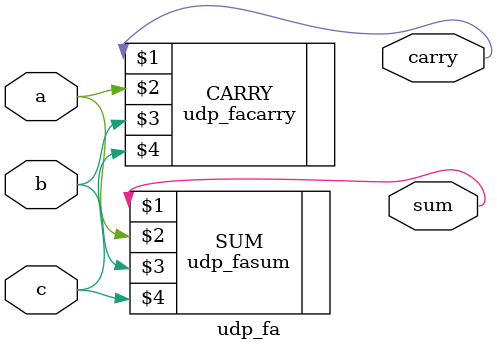
<source format=v>
module udp_fa (sum,carry,a,b,c);
input a,b,c;
output sum,carry;

udp_fasum SUM (sum,a,b,c);
udp_facarry CARRY (carry,a,b,c);

endmodule

</source>
